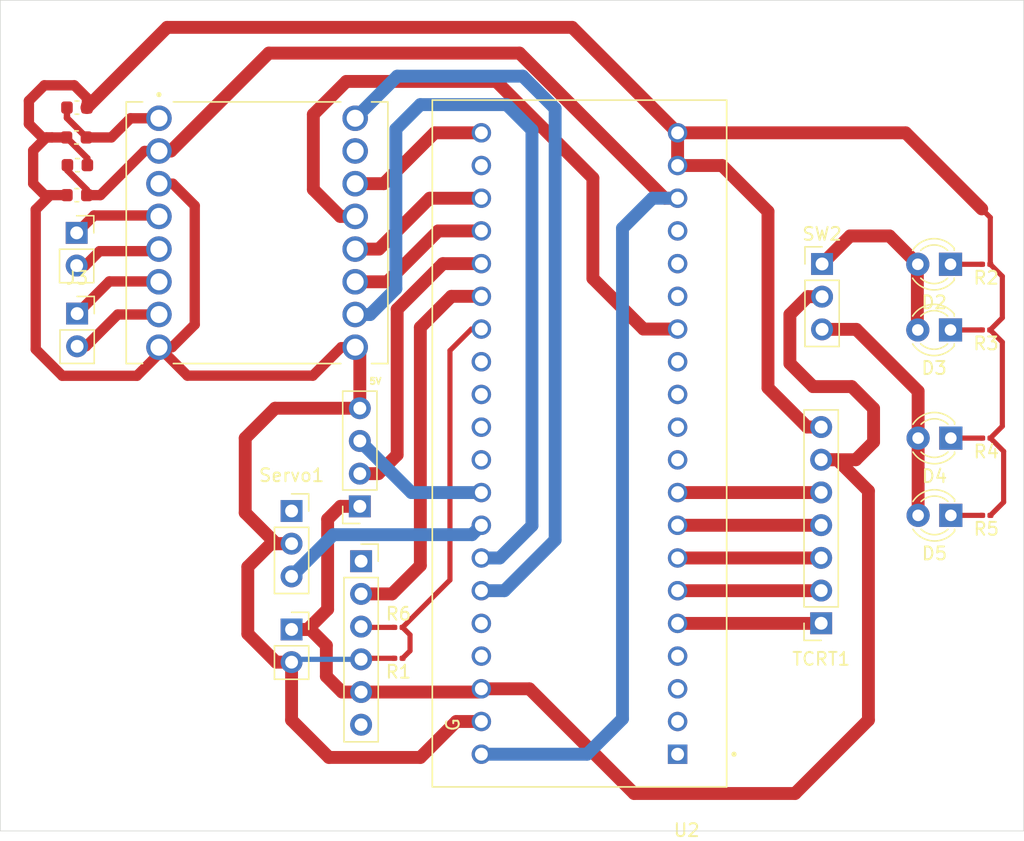
<source format=kicad_pcb>
(kicad_pcb (version 20240108) (generator "pcbnew") (generator_version "8.0")
  (layers (0 "F.Cu" signal) (31 "B.Cu" signal) (34 "B.Paste" user) (35 "F.Paste" user) (36 "B.SilkS" user "B.Silkscreen") (37 "F.SilkS" user "F.Silkscreen") (38 "B.Mask" user) (39 "F.Mask" user) (44 "Edge.Cuts" user))
  (net 0 "")
  (net 1 "PB7")
  (net 2 "A2")
  (net 3 "PB12")
  (net 4 "A1")
  (net 5 "PB6")
  (net 6 "PB13")
  (net 7 "GND")
  (net 8 "PB1")
  (net 9 "3.3V")
  (net 10 "12V")
  (net 11 "PB15")
  (net 12 "PB14")
  (net 18 "5V")
  (net 25 "A4")
  (net 26 "A3")
  (net 28 "A10")
  (net 30 "PB5")
  (net 32 "A8")
  (net 35 "PB4")
  (net 37 "A9")
  (net 40 "A0")
  (net 41 "AO2")
  (net 42 "AO1")
  (net 43 "BO2")
  (net 44 "BO1")
  (net 45 "5VCC")
  (net 46 "Net-(D2-K)")
  (net 47 "Net-(D3-K)")
  (net 48 "Net-(D4-A)")
  (net 49 "Net-(D4-K)")
  (net 50 "Net-(D5-K)")
  (net 51 "Net-(D2-A)")
  (net 52 "Net-(HC1-Pin_3)")
  (footprint "Resistor_SMD:R_0201_0603Metric" (layer "F.Cu") (at 177.4 88.7)
    (property "Reference" "R6" (at 0 -1.05 360) (layer "F.SilkS"))
    (property "Value" "10k")
    (pad "1" smd roundrect (at -0.32 0) (size 0.46 0.4) (layers "F.Cu" "F.Mask") (net 52 "Net-(HC1-Pin_3)"))
    (pad "2" smd roundrect (at 0.32 0) (size 0.46 0.4) (layers "F.Cu" "F.Mask") (net 28 "A10"))
  )
  (footprint "Capacitor_SMD:C_0603_1608Metric" (layer "F.Cu") (at 152.395 50.65 180)
    (property "Reference" "C3" (hide yes))
    (property "Value" "0.1uF")
    (fp_line (start -0.140581 0.51) (end 0.140581 0.51) (stroke (width 0.12)) (layer "F.SilkS"))
    (fp_line (start -0.140581 -0.51) (end 0.140581 -0.51) (stroke (width 0.12)) (layer "F.SilkS"))
    (pad "1" smd roundrect (at -0.775 0 180) (size 0.9 0.95) (layers "F.Cu" "F.Paste" "F.Mask") (net 10 "12V"))
    (pad "2" smd roundrect (at 0.775 0 180) (size 0.9 0.95) (layers "F.Cu" "F.Paste" "F.Mask") (net 7 "GND"))
  )
  (footprint "Resistor_SMD:R_0201_0603Metric" (layer "F.Cu") (at 223.045 60.5 180)
    (property "Reference" "R2" (at 0 -1.05 360) (layer "F.SilkS"))
    (property "Value" "220")
    (pad "1" smd roundrect (at -0.32 0 180) (size 0.46 0.4) (layers "F.Cu" "F.Mask") (net 7 "GND"))
    (pad "2" smd roundrect (at 0.32 0 180) (size 0.46 0.4) (layers "F.Cu" "F.Mask") (net 46 "Net-(D2-K)"))
  )
  (footprint "Connector_PinHeader_2.54mm:PinHeader_1x03_P2.54mm_Vertical" (layer "F.Cu") (at 210.3 60.475)
    (property "Reference" "SW2" (at 0 -2.33 0) (layer "F.SilkS"))
    (property "Value" "SW_SPDT")
    (fp_line (start -1.33 -1.33) (end 0 -1.33) (stroke (width 0.12)) (layer "F.SilkS"))
    (fp_line (start -1.33 0) (end -1.33 -1.33) (stroke (width 0.12)) (layer "F.SilkS"))
    (fp_line (start -1.33 1.27) (end -1.33 6.41) (stroke (width 0.12)) (layer "F.SilkS"))
    (fp_line (start -1.33 1.27) (end 1.33 1.27) (stroke (width 0.12)) (layer "F.SilkS"))
    (fp_line (start -1.33 6.41) (end 1.33 6.41) (stroke (width 0.12)) (layer "F.SilkS"))
    (fp_line (start 1.33 1.27) (end 1.33 6.41) (stroke (width 0.12)) (layer "F.SilkS"))
    (pad "1" thru_hole rect (at 0 0) (size 1.7 1.7) (drill 1) (layers "*.Cu" "*.Mask") (net 51 "Net-(D2-A)"))
    (pad "2" thru_hole oval (at 0 2.54) (size 1.7 1.7) (drill 1) (layers "*.Cu" "*.Mask") (net 18 "5V"))
    (pad "3" thru_hole oval (at 0 5.08) (size 1.7 1.7) (drill 1) (layers "*.Cu" "*.Mask") (net 48 "Net-(D4-A)"))
  )
  (footprint "LED_THT:LED_D3.0mm" (layer "F.Cu") (at 220.275 60.5 180)
    (property "Reference" "D2" (at 1.27 -2.96 360) (layer "F.SilkS"))
    (property "Value" "LED")
    (fp_line (start -0.29 1.08) (end -0.29 1.236) (stroke (width 0.12)) (layer "F.SilkS"))
    (fp_line (start -0.29 -1.236) (end -0.29 -1.08) (stroke (width 0.12)) (layer "F.SilkS"))
    (fp_arc (start 2.942335 1.078608) (mid 1.366487 1.987659) (end -0.29 1.235516) (stroke (width 0.12)) (layer "F.SilkS"))
    (fp_arc (start 2.31113 1.079837) (mid 1.270117 1.5) (end 0.229039 1.08) (stroke (width 0.12)) (layer "F.SilkS"))
    (fp_arc (start 0.229039 -1.08) (mid 1.270117 -1.5) (end 2.31113 -1.079837) (stroke (width 0.12)) (layer "F.SilkS"))
    (fp_arc (start -0.29 -1.235516) (mid 1.366487 -1.987659) (end 2.942335 -1.078608) (stroke (width 0.12)) (layer "F.SilkS"))
    (pad "1" thru_hole rect (at 0 0 180) (size 1.8 1.8) (drill 0.9) (layers "*.Cu" "*.Mask") (net 46 "Net-(D2-K)"))
    (pad "2" thru_hole circle (at 2.54 0 180) (size 1.8 1.8) (drill 0.9) (layers "*.Cu" "*.Mask") (net 51 "Net-(D2-A)"))
  )
  (footprint "Connector_PinSocket_2.54mm:PinSocket_1x02_P2.54mm_Vertical" (layer "F.Cu") (at 152.445 64.33)
    (property "Reference" "J3" (at 0 -2.77 0) (layer "F.SilkS"))
    (property "Value" "Right_Motor")
    (fp_line (start -1.33 1.27) (end -1.33 3.87) (stroke (width 0.12)) (layer "F.SilkS"))
    (fp_line (start -1.33 1.27) (end 1.33 1.27) (stroke (width 0.12)) (layer "F.SilkS"))
    (fp_line (start -1.33 3.87) (end 1.33 3.87) (stroke (width 0.12)) (layer "F.SilkS"))
    (fp_line (start 0 -1.33) (end 1.33 -1.33) (stroke (width 0.12)) (layer "F.SilkS"))
    (fp_line (start 1.33 -1.33) (end 1.33 0) (stroke (width 0.12)) (layer "F.SilkS"))
    (fp_line (start 1.33 1.27) (end 1.33 3.87) (stroke (width 0.12)) (layer "F.SilkS"))
    (pad "1" thru_hole rect (at 0 0) (size 1.7 1.7) (drill 1) (layers "*.Cu" "*.Mask") (net 43 "BO2"))
    (pad "2" thru_hole oval (at 0 2.54) (size 1.7 1.7) (drill 1) (layers "*.Cu" "*.Mask") (net 44 "BO1"))
  )
  (footprint "Connector_PinSocket_2.54mm:PinSocket_1x03_P2.54mm_Vertical" (layer "F.Cu") (at 169.1 79.66)
    (property "Reference" "Servo1" (at 0 -2.77 0) (layer "F.SilkS"))
    (property "Value" "Conn_01x03_Female")
    (fp_line (start -1.33 1.27) (end -1.33 6.41) (stroke (width 0.12)) (layer "F.SilkS"))
    (fp_line (start -1.33 1.27) (end 1.33 1.27) (stroke (width 0.12)) (layer "F.SilkS"))
    (fp_line (start -1.33 6.41) (end 1.33 6.41) (stroke (width 0.12)) (layer "F.SilkS"))
    (fp_line (start 0 -1.33) (end 1.33 -1.33) (stroke (width 0.12)) (layer "F.SilkS"))
    (fp_line (start 1.33 -1.33) (end 1.33 0) (stroke (width 0.12)) (layer "F.SilkS"))
    (fp_line (start 1.33 1.27) (end 1.33 6.41) (stroke (width 0.12)) (layer "F.SilkS"))
    (pad "1" thru_hole rect (at 0 0) (size 1.7 1.7) (drill 1) (layers "*.Cu" "*.Mask") (net 45 "5VCC"))
    (pad "2" thru_hole oval (at 0 2.54) (size 1.7 1.7) (drill 1) (layers "*.Cu" "*.Mask") (net 7 "GND"))
    (pad "3" thru_hole oval (at 0 5.08) (size 1.7 1.7) (drill 1) (layers "*.Cu" "*.Mask") (net 30 "PB5"))
  )
  (footprint "Capacitor_SMD:C_0603_1608Metric" (layer "F.Cu") (at 152.425 55.13 180)
    (property "Reference" "C2" (hide yes))
    (property "Value" "10uF")
    (fp_line (start -0.14058 0.51) (end 0.14058 0.51) (stroke (width 0.12)) (layer "F.SilkS"))
    (fp_line (start -0.14058 -0.51) (end 0.14058 -0.51) (stroke (width 0.12)) (layer "F.SilkS"))
    (pad "1" smd roundrect (at -0.775 0 180) (size 0.9 0.95) (layers "F.Cu" "F.Paste" "F.Mask") (net 9 "3.3V"))
    (pad "2" smd roundrect (at 0.775 0 180) (size 0.9 0.95) (layers "F.Cu" "F.Paste" "F.Mask") (net 7 "GND"))
  )
  (footprint "Connector_PinSocket_2.54mm:PinSocket_1x07_P2.54mm_Vertical" (layer "F.Cu") (at 210.23 88.38 180)
    (property "Reference" "TCRT1" (at 0 -2.77 0) (layer "F.SilkS"))
    (property "Value" "Conn_01x07_Female")
    (fp_line (start 1.33 1.27) (end 1.33 16.57) (stroke (width 0.12)) (layer "F.SilkS"))
    (fp_line (start 1.33 -1.33) (end 1.33 0) (stroke (width 0.12)) (layer "F.SilkS"))
    (fp_line (start 0 -1.33) (end 1.33 -1.33) (stroke (width 0.12)) (layer "F.SilkS"))
    (fp_line (start -1.33 16.57) (end 1.33 16.57) (stroke (width 0.12)) (layer "F.SilkS"))
    (fp_line (start -1.33 1.27) (end 1.33 1.27) (stroke (width 0.12)) (layer "F.SilkS"))
    (fp_line (start -1.33 1.27) (end -1.33 16.57) (stroke (width 0.12)) (layer "F.SilkS"))
    (pad "1" thru_hole rect (at 0 0 180) (size 1.7 1.7) (drill 1) (layers "*.Cu" "*.Mask") (net 40 "A0"))
    (pad "2" thru_hole oval (at 0 2.54 180) (size 1.7 1.7) (drill 1) (layers "*.Cu" "*.Mask") (net 4 "A1"))
    (pad "3" thru_hole oval (at 0 5.08 180) (size 1.7 1.7) (drill 1) (layers "*.Cu" "*.Mask") (net 2 "A2"))
    (pad "4" thru_hole oval (at 0 7.62 180) (size 1.7 1.7) (drill 1) (layers "*.Cu" "*.Mask") (net 26 "A3"))
    (pad "5" thru_hole oval (at 0 10.16 180) (size 1.7 1.7) (drill 1) (layers "*.Cu" "*.Mask") (net 25 "A4"))
    (pad "6" thru_hole oval (at 0 12.7 180) (size 1.7 1.7) (drill 1) (layers "*.Cu" "*.Mask") (net 18 "5V"))
    (pad "7" thru_hole oval (at 0 15.24 180) (size 1.7 1.7) (drill 1) (layers "*.Cu" "*.Mask") (net 7 "GND"))
  )
  (footprint "LED_THT:LED_D3.0mm" (layer "F.Cu") (at 220.275 65.6 180)
    (property "Reference" "D3" (at 1.27 -2.96 360) (layer "F.SilkS"))
    (property "Value" "LED")
    (fp_line (start -0.29 1.08) (end -0.29 1.236) (stroke (width 0.12)) (layer "F.SilkS"))
    (fp_line (start -0.29 -1.236) (end -0.29 -1.08) (stroke (width 0.12)) (layer "F.SilkS"))
    (fp_arc (start 2.942335 1.078608) (mid 1.366487 1.987659) (end -0.29 1.235516) (stroke (width 0.12)) (layer "F.SilkS"))
    (fp_arc (start 2.31113 1.079837) (mid 1.270117 1.5) (end 0.229039 1.08) (stroke (width 0.12)) (layer "F.SilkS"))
    (fp_arc (start 0.229039 -1.08) (mid 1.270117 -1.5) (end 2.31113 -1.079837) (stroke (width 0.12)) (layer "F.SilkS"))
    (fp_arc (start -0.29 -1.235516) (mid 1.366487 -1.987659) (end 2.942335 -1.078608) (stroke (width 0.12)) (layer "F.SilkS"))
    (pad "1" thru_hole rect (at 0 0 180) (size 1.8 1.8) (drill 0.9) (layers "*.Cu" "*.Mask") (net 47 "Net-(D3-K)"))
    (pad "2" thru_hole circle (at 2.54 0 180) (size 1.8 1.8) (drill 0.9) (layers "*.Cu" "*.Mask") (net 51 "Net-(D2-A)"))
  )
  (footprint "Connector_PinSocket_2.54mm:PinSocket_1x04_P2.54mm_Vertical" (layer "F.Cu") (at 174.4 79.3 180)
    (property "Reference" "J4" (hide yes))
    (property "Value" "ULTRASONIC")
    (fp_line (start 1.33 1.27) (end 1.33 8.95) (stroke (width 0.12)) (layer "F.SilkS"))
    (fp_line (start 1.33 -1.33) (end 1.33 0) (stroke (width 0.12)) (layer "F.SilkS"))
    (fp_line (start 0 -1.33) (end 1.33 -1.33) (stroke (width 0.12)) (layer "F.SilkS"))
    (fp_line (start -1.33 8.95) (end 1.33 8.95) (stroke (width 0.12)) (layer "F.SilkS"))
    (fp_line (start -1.33 1.27) (end 1.33 1.27) (stroke (width 0.12)) (layer "F.SilkS"))
    (fp_line (start -1.33 1.27) (end -1.33 8.95) (stroke (width 0.12)) (layer "F.SilkS"))
    (pad "1" thru_hole rect (at 0 0 180) (size 1.7 1.7) (drill 1) (layers "*.Cu" "*.Mask") (net 18 "5V"))
    (pad "2" thru_hole oval (at 0 2.54 180) (size 1.7 1.7) (drill 1) (layers "*.Cu" "*.Mask") (net 32 "A8"))
    (pad "3" thru_hole oval (at 0 5.08 180) (size 1.7 1.7) (drill 1) (layers "*.Cu" "*.Mask") (net 35 "PB4"))
    (pad "4" thru_hole oval (at 0 7.62 180) (size 1.7 1.7) (drill 1) (layers "*.Cu" "*.Mask") (net 7 "GND"))
  )
  (footprint "Connector_PinSocket_2.54mm:PinSocket_1x02_P2.54mm_Vertical" (layer "F.Cu") (at 169.1 88.86)
    (property "Reference" "J1" (hide yes))
    (property "Value" "Conn_01x02")
    (fp_line (start -1.33 1.27) (end -1.33 3.87) (stroke (width 0.12)) (layer "F.SilkS"))
    (fp_line (start -1.33 1.27) (end 1.33 1.27) (stroke (width 0.12)) (layer "F.SilkS"))
    (fp_line (start -1.33 3.87) (end 1.33 3.87) (stroke (width 0.12)) (layer "F.SilkS"))
    (fp_line (start 0 -1.33) (end 1.33 -1.33) (stroke (width 0.12)) (layer "F.SilkS"))
    (fp_line (start 1.33 -1.33) (end 1.33 0) (stroke (width 0.12)) (layer "F.SilkS"))
    (fp_line (start 1.33 1.27) (end 1.33 3.87) (stroke (width 0.12)) (layer "F.SilkS"))
    (pad "1" thru_hole rect (at 0 0) (size 1.7 1.7) (drill 1) (layers "*.Cu" "*.Mask") (net 18 "5V"))
    (pad "2" thru_hole oval (at 0 2.54) (size 1.7 1.7) (drill 1) (layers "*.Cu" "*.Mask") (net 7 "GND"))
  )
  (footprint "Resistor_SMD:R_0201_0603Metric" (layer "F.Cu") (at 177.4 91.1 180)
    (property "Reference" "R1" (at 0 -1.05 360) (layer "F.SilkS"))
    (property "Value" "20k")
    (pad "1" smd roundrect (at -0.32 0 180) (size 0.46 0.4) (layers "F.Cu" "F.Mask") (net 28 "A10"))
    (pad "2" smd roundrect (at 0.32 0 180) (size 0.46 0.4) (layers "F.Cu" "F.Mask") (net 7 "GND"))
  )
  (footprint "Resistor_SMD:R_0201_0603Metric" (layer "F.Cu") (at 223.055 74 180)
    (property "Reference" "R4" (at 0 -1.05 360) (layer "F.SilkS"))
    (property "Value" "220")
    (pad "1" smd roundrect (at -0.32 0 180) (size 0.46 0.4) (layers "F.Cu" "F.Mask") (net 7 "GND"))
    (pad "2" smd roundrect (at 0.32 0 180) (size 0.46 0.4) (layers "F.Cu" "F.Mask") (net 49 "Net-(D4-K)"))
  )
  (footprint "Connector_PinSocket_2.54mm:PinSocket_1x06_P2.54mm_Vertical" (layer "F.Cu") (at 174.5 83.56)
    (property "Reference" "HC1" (hide yes))
    (property "Value" "Conn_01x06_Female")
    (fp_line (start -1.33 1.27) (end -1.33 14.03) (stroke (width 0.12)) (layer "F.SilkS"))
    (fp_line (start -1.33 1.27) (end 1.33 1.27) (stroke (width 0.12)) (layer "F.SilkS"))
    (fp_line (start -1.33 14.03) (end 1.33 14.03) (stroke (width 0.12)) (layer "F.SilkS"))
    (fp_line (start 0 -1.33) (end 1.33 -1.33) (stroke (width 0.12)) (layer "F.SilkS"))
    (fp_line (start 1.33 -1.33) (end 1.33 0) (stroke (width 0.12)) (layer "F.SilkS"))
    (fp_line (start 1.33 1.27) (end 1.33 14.03) (stroke (width 0.12)) (layer "F.SilkS"))
    (pad "1" thru_hole rect (at 0 0) (size 1.7 1.7) (drill 1) (layers "*.Cu" "*.Mask"))
    (pad "2" thru_hole oval (at 0 2.54) (size 1.7 1.7) (drill 1) (layers "*.Cu" "*.Mask") (net 37 "A9"))
    (pad "3" thru_hole oval (at 0 5.08) (size 1.7 1.7) (drill 1) (layers "*.Cu" "*.Mask") (net 52 "Net-(HC1-Pin_3)"))
    (pad "4" thru_hole oval (at 0 7.62) (size 1.7 1.7) (drill 1) (layers "*.Cu" "*.Mask") (net 7 "GND"))
    (pad "5" thru_hole oval (at 0 10.16) (size 1.7 1.7) (drill 1) (layers "*.Cu" "*.Mask") (net 18 "5V"))
    (pad "6" thru_hole oval (at 0 12.7) (size 1.7 1.7) (drill 1) (layers "*.Cu" "*.Mask"))
  )
  (footprint "Resistor_SMD:R_0201_0603Metric" (layer "F.Cu") (at 223.035 65.6 180)
    (property "Reference" "R3" (at 0 -1.05 360) (layer "F.SilkS"))
    (property "Value" "220")
    (pad "1" smd roundrect (at -0.32 0 180) (size 0.46 0.4) (layers "F.Cu" "F.Mask") (net 7 "GND"))
    (pad "2" smd roundrect (at 0.32 0 180) (size 0.46 0.4) (layers "F.Cu" "F.Mask") (net 47 "Net-(D3-K)"))
  )
  (footprint "LED_THT:LED_D3.0mm" (layer "F.Cu") (at 220.3 80 180)
    (property "Reference" "D5" (at 1.27 -2.96 360) (layer "F.SilkS"))
    (property "Value" "LED")
    (fp_line (start -0.29 1.08) (end -0.29 1.236) (stroke (width 0.12)) (layer "F.SilkS"))
    (fp_line (start -0.29 -1.236) (end -0.29 -1.08) (stroke (width 0.12)) (layer "F.SilkS"))
    (fp_arc (start 2.942335 1.078608) (mid 1.366487 1.987659) (end -0.29 1.235516) (stroke (width 0.12)) (layer "F.SilkS"))
    (fp_arc (start 2.31113 1.079837) (mid 1.270117 1.5) (end 0.229039 1.08) (stroke (width 0.12)) (layer "F.SilkS"))
    (fp_arc (start 0.229039 -1.08) (mid 1.270117 -1.5) (end 2.31113 -1.079837) (stroke (width 0.12)) (layer "F.SilkS"))
    (fp_arc (start -0.29 -1.235516) (mid 1.366487 -1.987659) (end 2.942335 -1.078608) (stroke (width 0.12)) (layer "F.SilkS"))
    (pad "1" thru_hole rect (at 0 0 180) (size 1.8 1.8) (drill 0.9) (layers "*.Cu" "*.Mask") (net 50 "Net-(D5-K)"))
    (pad "2" thru_hole circle (at 2.54 0 180) (size 1.8 1.8) (drill 0.9) (layers "*.Cu" "*.Mask") (net 48 "Net-(D4-A)"))
  )
  (footprint "LED_THT:LED_D3.0mm" (layer "F.Cu") (at 220.3 74 180)
    (property "Reference" "D4" (at 1.27 -2.96 360) (layer "F.SilkS"))
    (property "Value" "LED")
    (fp_line (start -0.29 1.08) (end -0.29 1.236) (stroke (width 0.12)) (layer "F.SilkS"))
    (fp_line (start -0.29 -1.236) (end -0.29 -1.08) (stroke (width 0.12)) (layer "F.SilkS"))
    (fp_arc (start 2.942335 1.078608) (mid 1.366487 1.987659) (end -0.29 1.235516) (stroke (width 0.12)) (layer "F.SilkS"))
    (fp_arc (start 2.31113 1.079837) (mid 1.270117 1.5) (end 0.229039 1.08) (stroke (width 0.12)) (layer "F.SilkS"))
    (fp_arc (start 0.229039 -1.08) (mid 1.270117 -1.5) (end 2.31113 -1.079837) (stroke (width 0.12)) (layer "F.SilkS"))
    (fp_arc (start -0.29 -1.235516) (mid 1.366487 -1.987659) (end 2.942335 -1.078608) (stroke (width 0.12)) (layer "F.SilkS"))
    (pad "1" thru_hole rect (at 0 0 180) (size 1.8 1.8) (drill 0.9) (layers "*.Cu" "*.Mask") (net 49 "Net-(D4-K)"))
    (pad "2" thru_hole circle (at 2.54 0 180) (size 1.8 1.8) (drill 0.9) (layers "*.Cu" "*.Mask") (net 48 "Net-(D4-A)"))
  )
  (footprint "DriverMotor:MODULE_ROB-14450" (layer "F.Cu") (at 166.42 58.05)
    (property "Reference" "U1" (hide yes))
    (property "Value" "ROB-14450")
    (fp_line (start -10.16 -10.16) (end -10.16 10.16) (stroke (width 0.127)) (layer "F.SilkS"))
    (fp_line (start -8.89 -10.16) (end -10.16 -10.16) (stroke (width 0.127)) (layer "F.SilkS"))
    (fp_line (start -8.89 10.16) (end -10.16 10.16) (stroke (width 0.127)) (layer "F.SilkS"))
    (fp_line (start -6.5 -10.16) (end 6.5 -10.16) (stroke (width 0.127)) (layer "F.SilkS"))
    (fp_line (start -6.5 10.16) (end 6.5 10.16) (stroke (width 0.127)) (layer "F.SilkS"))
    (fp_line (start 8.89 -10.16) (end 10.16 -10.16) (stroke (width 0.127)) (layer "F.SilkS"))
    (fp_line (start 8.89 10.16) (end 10.16 10.16) (stroke (width 0.127)) (layer "F.SilkS"))
    (fp_line (start 10.16 10.16) (end 10.16 -10.16) (stroke (width 0.127)) (layer "F.SilkS"))
    (fp_circle (center -7.62 -10.7282) (end -7.52 -10.7282) (stroke (width 0.2)) (fill none) (layer "F.SilkS"))
    (pad "1" thru_hole circle (at -7.62 -8.89) (size 1.98 1.98) (drill 1.32) (layers "*.Cu" "*.Mask") (net 10 "12V"))
    (pad "2" thru_hole circle (at -7.62 -6.35) (size 1.98 1.98) (drill 1.32) (layers "*.Cu" "*.Mask") (net 9 "3.3V"))
    (pad "3" thru_hole circle (at -7.62 -3.81) (size 1.98 1.98) (drill 1.32) (layers "*.Cu" "*.Mask") (net 7 "GND"))
    (pad "4" thru_hole circle (at -7.62 -1.27) (size 1.98 1.98) (drill 1.32) (layers "*.Cu" "*.Mask") (net 42 "AO1"))
    (pad "5" thru_hole circle (at -7.62 1.27) (size 1.98 1.98) (drill 1.32) (layers "*.Cu" "*.Mask") (net 41 "AO2"))
    (pad "6" thru_hole circle (at -7.62 3.81) (size 1.98 1.98) (drill 1.32) (layers "*.Cu" "*.Mask") (net 43 "BO2"))
    (pad "7" thru_hole circle (at -7.62 6.35) (size 1.98 1.98) (drill 1.32) (layers "*.Cu" "*.Mask") (net 44 "BO1"))
    (pad "8" thru_hole circle (at -7.62 8.89) (size 1.98 1.98) (drill 1.32) (layers "*.Cu" "*.Mask") (net 7 "GND"))
    (pad "9" thru_hole circle (at 7.62 8.89) (size 1.98 1.98) (drill 1.32) (layers "*.Cu" "*.Mask") (net 7 "GND"))
    (pad "10" thru_hole circle (at 7.62 6.35) (size 1.98 1.98) (drill 1.32) (layers "*.Cu" "*.Mask") (net 5 "PB6"))
    (pad "11" thru_hole circle (at 7.62 3.81) (size 1.98 1.98) (drill 1.32) (layers "*.Cu" "*.Mask") (net 11 "PB15"))
    (pad "12" thru_hole circle (at 7.62 1.27) (size 1.98 1.98) (drill 1.32) (layers "*.Cu" "*.Mask") (net 12 "PB14"))
    (pad "13" thru_hole circle (at 7.62 -1.27) (size 1.98 1.98) (drill 1.32) (layers "*.Cu" "*.Mask") (net 8 "PB1"))
    (pad "14" thru_hole circle (at 7.62 -3.81) (size 1.98 1.98) (drill 1.32) (layers "*.Cu" "*.Mask") (net 3 "PB12"))
    (pad "15" thru_hole circle (at 7.62 -6.35) (size 1.98 1.98) (drill 1.32) (layers "*.Cu" "*.Mask") (net 6 "PB13"))
    (pad "16" thru_hole circle (at 7.62 -8.89) (size 1.98 1.98) (drill 1.32) (layers "*.Cu" "*.Mask") (net 1 "PB7"))
  )
  (footprint "Connector_PinSocket_2.54mm:PinSocket_1x02_P2.54mm_Vertical" (layer "F.Cu") (at 152.41 58.06)
    (property "Reference" "J2" (hide yes))
    (property "Value" "Left_Motor")
    (fp_line (start -1.33 1.27) (end -1.33 3.87) (stroke (width 0.12)) (layer "F.SilkS"))
    (fp_line (start -1.33 1.27) (end 1.33 1.27) (stroke (width 0.12)) (layer "F.SilkS"))
    (fp_line (start -1.33 3.87) (end 1.33 3.87) (stroke (width 0.12)) (layer "F.SilkS"))
    (fp_line (start 0 -1.33) (end 1.33 -1.33) (stroke (width 0.12)) (layer "F.SilkS"))
    (fp_line (start 1.33 -1.33) (end 1.33 0) (stroke (width 0.12)) (layer "F.SilkS"))
    (fp_line (start 1.33 1.27) (end 1.33 3.87) (stroke (width 0.12)) (layer "F.SilkS"))
    (pad "1" thru_hole rect (at 0 0) (size 1.7 1.7) (drill 1) (layers "*.Cu" "*.Mask") (net 42 "AO1"))
    (pad "2" thru_hole oval (at 0 2.54) (size 1.7 1.7) (drill 1) (layers "*.Cu" "*.Mask") (net 41 "AO2"))
  )
  (footprint "Capacitor_SMD:C_0603_1608Metric" (layer "F.Cu") (at 152.465 52.8)
    (property "Reference" "C1" (hide yes))
    (property "Value" "0.1uF")
    (fp_line (start -0.14058 -0.51) (end 0.14058 -0.51) (stroke (width 0.12)) (layer "F.SilkS"))
    (fp_line (start -0.14058 0.51) (end 0.14058 0.51) (stroke (width 0.12)) (layer "F.SilkS"))
    (pad "1" smd roundrect (at -0.775 0) (size 0.9 0.95) (layers "F.Cu" "F.Paste" "F.Mask") (net 9 "3.3V"))
    (pad "2" smd roundrect (at 0.775 0) (size 0.9 0.95) (layers "F.Cu" "F.Paste" "F.Mask") (net 7 "GND"))
  )
  (footprint "Capacitor_SMD:C_0603_1608Metric" (layer "F.Cu") (at 152.43 48.33)
    (property "Reference" "C4" (hide yes))
    (property "Value" "10uF")
    (fp_line (start -0.140581 -0.51) (end 0.140581 -0.51) (stroke (width 0.12)) (layer "F.SilkS"))
    (fp_line (start -0.140581 0.51) (end 0.140581 0.51) (stroke (width 0.12)) (layer "F.SilkS"))
    (pad "1" smd roundrect (at -0.775 0) (size 0.9 0.95) (layers "F.Cu" "F.Paste" "F.Mask") (net 10 "12V"))
    (pad "2" smd roundrect (at 0.775 0) (size 0.9 0.95) (layers "F.Cu" "F.Paste" "F.Mask") (net 7 "GND"))
  )
  (footprint "STM32F103C8T6:STM32F103C8T6" (layer "F.Cu") (at 191.46 74.42 180)
    (property "Reference" "U2" (at -8.325 -30.035 0) (layer "F.SilkS"))
    (property "Value" "ZC323000" (hide yes))
    (fp_line (start 11.43 26.67) (end -11.43 26.67) (stroke (width 0.127)) (layer "F.SilkS"))
    (fp_line (start 11.43 -26.67) (end 11.43 26.67) (stroke (width 0.127)) (layer "F.SilkS"))
    (fp_line (start -11.43 26.67) (end -11.43 -26.67) (stroke (width 0.127)) (layer "F.SilkS"))
    (fp_line (start -11.43 -26.67) (end 11.43 -26.67) (stroke (width 0.127)) (layer "F.SilkS"))
    (fp_circle (center -12 -24.13) (end -11.9 -24.13) (stroke (width 0.2)) (fill none) (layer "F.SilkS"))
    (pad "1" thru_hole rect (at -7.62 -24.13 180) (size 1.508 1.508) (drill 1) (layers "*.Cu" "*.Mask"))
    (pad "2" thru_hole circle (at -7.62 -21.59 180) (size 1.508 1.508) (drill 1) (layers "*.Cu" "*.Mask"))
    (pad "3" thru_hole circle (at -7.62 -19.05 180) (size 1.508 1.508) (drill 1) (layers "*.Cu" "*.Mask"))
    (pad "4" thru_hole circle (at -7.62 -16.51 180) (size 1.508 1.508) (drill 1) (layers "*.Cu" "*.Mask"))
    (pad "5" thru_hole circle (at -7.62 -13.97 180) (size 1.508 1.508) (drill 1) (layers "*.Cu" "*.Mask") (net 40 "A0"))
    (pad "6" thru_hole circle (at -7.62 -11.43 180) (size 1.508 1.508) (drill 1) (layers "*.Cu" "*.Mask") (net 4 "A1"))
    (pad "7" thru_hole circle (at -7.62 -8.89 180) (size 1.508 1.508) (drill 1) (layers "*.Cu" "*.Mask") (net 2 "A2"))
    (pad "8" thru_hole circle (at -7.62 -6.35 180) (size 1.508 1.508) (drill 1) (layers "*.Cu" "*.Mask") (net 26 "A3"))
    (pad "9" thru_hole circle (at -7.62 -3.81 180) (size 1.508 1.508) (drill 1) (layers "*.Cu" "*.Mask") (net 25 "A4"))
    (pad "10" thru_hole circle (at -7.62 -1.27 180) (size 1.508 1.508) (drill 1) (layers "*.Cu" "*.Mask"))
    (pad "11" thru_hole circle (at -7.62 1.27 180) (size 1.508 1.508) (drill 1) (layers "*.Cu" "*.Mask"))
    (pad "12" thru_hole circle (at -7.62 3.81 180) (size 1.508 1.508) (drill 1) (layers "*.Cu" "*.Mask"))
    (pad "13" thru_hole circle (at -7.62 6.35 180) (size 1.508 1.508) (drill 1) (layers "*.Cu" "*.Mask"))
    (pad "14" thru_hole circle (at -7.62 8.89 180) (size 1.508 1.508) (drill 1) (layers "*.Cu" "*.Mask") (net 8 "PB1"))
    (pad "15" thru_hole circle (at -7.62 11.43 180) (size 1.508 1.508) (drill 1) (layers "*.Cu" "*.Mask"))
    (pad "16" thru_hole circle (at -7.62 13.97 180) (size 1.508 1.508) (drill 1) (layers "*.Cu" "*.Mask"))
    (pad "17" thru_hole circle (at -7.62 16.51 180) (size 1.508 1.508) (drill 1) (layers "*.Cu" "*.Mask"))
    (pad "18" thru_hole circle (at -7.62 19.05 180) (size 1.508 1.508) (drill 1) (layers "*.Cu" "*.Mask") (net 9 "3.3V"))
    (pad "19" thru_hole circle (at -7.62 21.59 180) (size 1.508 1.508) (drill 1) (layers "*.Cu" "*.Mask") (net 7 "GND"))
    (pad "20" thru_hole circle (at -7.62 24.13 180) (size 1.508 1.508) (drill 1) (layers "*.Cu" "*.Mask") (net 7 "GND"))
    (pad "21" thru_hole circle (at 7.62 24.13 180) (size 1.508 1.508) (drill 1) (layers "*.Cu" "*.Mask") (net 3 "PB12"))
    (pad "22" thru_hole circle (at 7.62 21.59 180) (size 1.508 1.508) (drill 1) (layers "*.Cu" "*.Mask") (net 6 "PB13"))
    (pad "23" thru_hole circle (at 7.62 19.05 180) (size 1.508 1.508) (drill 1) (layers "*.Cu" "*.Mask") (net 12 "PB14"))
    (pad "24" thru_hole circle (at 7.62 16.51 180) (size 1.508 1.508) (drill 1) (layers "*.Cu" "*.Mask") (net 11 "PB15"))
    (pad "25" thru_hole circle (at 7.62 13.97 180) (size 1.508 1.508) (drill 1) (layers "*.Cu" "*.Mask") (net 32 "A8"))
    (pad "26" thru_hole circle (at 7.62 11.43 180) (size 1.508 1.508) (drill 1) (layers "*.Cu" "*.Mask") (net 37 "A9"))
    (pad "27" thru_hole circle (at 7.62 8.89 180) (size 1.508 1.508) (drill 1) (layers "*.Cu" "*.Mask") (net 28 "A10"))
    (pad "28" thru_hole circle (at 7.62 6.35 180) (size 1.508 1.508) (drill 1) (layers "*.Cu" "*.Mask"))
    (pad "29" thru_hole circle (at 7.62 3.81 180) (size 1.508 1.508) (drill 1) (layers "*.Cu" "*.Mask"))
    (pad "30" thru_hole circle (at 7.62 1.27 180) (size 1.508 1.508) (drill 1) (layers "*.Cu" "*.Mask"))
    (pad "31" thru_hole circle (at 7.62 -1.27 180) (size 1.508 1.508) (drill 1) (layers "*.Cu" "*.Mask"))
    (pad "32" thru_hole circle (at 7.62 -3.81 180) (size 1.508 1.508) (drill 1) (layers "*.Cu" "*.Mask") (net 35 "PB4"))
    (pad "33" thru_hole circle (at 7.62 -6.35 180) (size 1.508 1.508) (drill 1) (layers "*.Cu" "*.Mask") (net 30 "PB5"))
    (pad "34" thru_hole circle (at 7.62 -8.89 180) (size 1.508 1.508) (drill 1) (layers "*.Cu" "*.Mask") (net 5 "PB6"))
    (pad "35" thru_hole circle (at 7.62 -11.43 180) (size 1.508 1.508) (drill 1) (layers "*.Cu" "*.Mask") (net 1 "PB7"))
    (pad "36" thru_hole circle (at 7.62 -13.97 180) (size 1.508 1.508) (drill 1) (layers "*.Cu" "*.Mask"))
    (pad "37" thru_hole circle (at 7.62 -16.51 180) (size 1.508 1.508) (drill 1) (layers "*.Cu" "*.Mask"))
    (pad "38" thru_hole circle (at 7.62 -19.05 180) (size 1.508 1.508) (drill 1) (layers "*.Cu" "*.Mask") (net 18 "5V"))
    (pad "39" thru_hole circle (at 7.62 -21.59 180) (size 1.508 1.508) (drill 1) (layers "*.Cu" "*.Mask") (net 7 "GND"))
    (pad "40" thru_hole circle (at 7.62 -24.13 180) (size 1.508 1.508) (drill 1) (layers "*.Cu" "*.Mask") (net 9 "3.3V"))
  )
  (footprint "Resistor_SMD:R_0201_0603Metric" (layer "F.Cu") (at 223.055 80 180)
    (property "Reference" "R5" (at 0 -1.05 360) (layer "F.SilkS"))
    (property "Value" "220")
    (pad "1" smd roundrect (at -0.32 0 180) (size 0.46 0.4) (layers "F.Cu" "F.Mask") (net 7 "GND"))
    (pad "2" smd roundrect (at 0.32 0 180) (size 0.46 0.4) (layers "F.Cu" "F.Mask") (net 50 "Net-(D5-K)"))
  )
  (gr_rect (start 146.48 40) (end 225.96 104.51) (stroke (width 0.05)) (fill none) (layer "Edge.Cuts"))
  (gr_text "G\n" (at 181.63 96.26 90) (layer "F.SilkS") (effects (font (size 1 1))))
  (gr_text "5V" (at 175.61 69.58 0) (layer "F.SilkS") (effects (font (size 0.5 0.5) (thickness 0.125))))
  (segment (start 189.57 81.91) (end 185.63 85.85) (width 1) (layer "B.Cu") (net 1))
  (segment (start 187.05 45.89) (end 189.57 48.41) (width 1) (layer "B.Cu") (net 1))
  (segment (start 185.63 85.85) (end 183.84 85.85) (width 1) (layer "B.Cu") (net 1))
  (segment (start 177.31 45.89) (end 187.05 45.89) (width 1) (layer "B.Cu") (net 1))
  (segment (start 174.04 49.16) (end 177.31 45.89) (width 1) (layer "B.Cu") (net 1))
  (segment (start 189.57 48.41) (end 189.57 81.91) (width 1) (layer "B.Cu") (net 1))
  (segment (start 199.08 83.31) (end 210.22 83.31) (width 1) (layer "F.Cu") (net 2))
  (segment (start 210.22 83.31) (end 210.23 83.3) (width 1) (layer "F.Cu") (net 2))
  (segment (start 176.26 54.24) (end 180.21 50.29) (width 1) (layer "F.Cu") (net 3))
  (segment (start 174.04 54.24) (end 176.26 54.24) (width 1) (layer "F.Cu") (net 3))
  (segment (start 180.21 50.29) (end 183.84 50.29) (width 1) (layer "F.Cu") (net 3))
  (segment (start 199.08 85.85) (end 210.22 85.85) (width 1) (layer "F.Cu") (net 4))
  (segment (start 210.22 85.85) (end 210.23 85.84) (width 1) (layer "F.Cu") (net 4))
  (segment (start 177.2 50) (end 179.1 48.1) (width 1) (layer "B.Cu") (net 5))
  (segment (start 185.8 48.1) (end 187.77 50.07) (width 1) (layer "B.Cu") (net 5))
  (segment (start 179.1 48.1) (end 185.8 48.1) (width 1) (layer "B.Cu") (net 5))
  (segment (start 185.26 83.31) (end 183.84 83.31) (width 1) (layer "B.Cu") (net 5))
  (segment (start 175.2 64.4) (end 177.2 62.4) (width 1) (layer "B.Cu") (net 5))
  (segment (start 177.2 62.4) (end 177.2 50) (width 1) (layer "B.Cu") (net 5))
  (segment (start 187.77 50.07) (end 187.77 80.8) (width 1) (layer "B.Cu") (net 5))
  (segment (start 187.77 80.8) (end 185.26 83.31) (width 1) (layer "B.Cu") (net 5))
  (segment (start 174.04 64.4) (end 175.2 64.4) (width 1) (layer "B.Cu") (net 5))
  (segment (start 224.4 78.975) (end 223.375 80) (width 0.4) (layer "F.Cu") (net 7))
  (segment (start 153.205 47.58) (end 153.205 48.33) (width 0.8) (layer "F.Cu") (net 7))
  (segment (start 158.8 66.94) (end 159.82 66.94) (width 0.8) (layer "F.Cu") (net 7))
  (segment (start 167.82 71.68) (end 174.4 71.68) (width 1) (layer "F.Cu") (net 7))
  (segment (start 223.375 74) (end 224.4 75.025) (width 0.4) (layer "F.Cu") (net 7))
  (segment (start 167.897919 82.2) (end 165.5 79.802081) (width 1) (layer "F.Cu") (net 7))
  (segment (start 181.89 96.01) (end 179.1 98.8) (width 1) (layer "F.Cu") (net 7))
  (segment (start 174.58 91.1) (end 174.5 91.18) (width 0.3) (layer "F.Cu") (net 7))
  (segment (start 150.5 50.65) (end 149.75 50.65) (width 0.8) (layer "F.Cu") (net 7))
  (segment (start 157.09 69.16) (end 151.29 69.16) (width 0.8) (layer "F.Cu") (net 7))
  (segment (start 152.225 46.6) (end 153.205 47.58) (width 0.8) (layer "F.Cu") (net 7))
  (segment (start 148.7 47.8) (end 149.9 46.6) (width 0.8) (layer "F.Cu") (net 7))
  (segment (start 149.03 51.67) (end 150.05 50.65) (width 0.8) (layer "F.Cu") (net 7))
  (segment (start 199.08 52.83) (end 202.53 52.83) (width 1) (layer "F.Cu") (net 7))
  (segment (start 223.365 60.5) (end 223.365 56.865) (width 0.4) (layer "F.Cu") (net 7))
  (segment (start 149.03 54.23) (end 149.03 51.67) (width 0.8) (layer "F.Cu") (net 7))
  (segment (start 161.58 55.95) (end 159.87 54.24) (width 0.8) (layer "F.Cu") (net 7))
  (segment (start 159.82 66.94) (end 161.58 65.18) (width 0.8) (layer "F.Cu") (net 7))
  (segment (start 183.84 96.01) (end 181.89 96.01) (width 1) (layer "F.Cu") (net 7))
  (segment (start 167.897919 91.4) (end 165.7 89.202081) (width 1) (layer "F.Cu") (net 7))
  (segment (start 206.1 56.4) (end 206.1 70.1) (width 1) (layer "F.Cu") (net 7))
  (segment (start 199.08 52.83) (end 199.08 50.29) (width 1) (layer "F.Cu") (net 7))
  (segment (start 199.08 50.29) (end 216.79 50.29) (width 1) (layer "F.Cu") (net 7))
  (segment (start 199.08 50.29) (end 190.89 42.1) (width 1) (layer "F.Cu") (net 7))
  (segment (start 165.7 84) (end 167.5 82.2) (width 1) (layer "F.Cu") (net 7))
  (segment (start 223.355 65.6) (end 224.3 66.545) (width 0.4) (layer "F.Cu") (net 7))
  (segment (start 158.8 66.94) (end 158.8 67.45) (width 0.8) (layer "F.Cu") (net 7))
  (segment (start 165.7 89.202081) (end 165.7 84) (width 1) (layer "F.Cu") (net 7))
  (segment (start 223.365 60.5) (end 224.3 61.435) (width 0.4) (layer "F.Cu") (net 7))
  (segment (start 174.4 71.68) (end 174.4 67.3) (width 1) (layer "F.Cu") (net 7))
  (segment (start 158.8 67.45) (end 157.09 69.16) (width 0.8) (layer "F.Cu") (net 7))
  (segment (start 150.35 55.13) (end 151.65 55.13) (width 0.8) (layer "F.Cu") (net 7))
  (segment (start 159.435 42.1) (end 153.205 48.33) (width 1) (layer "F.Cu") (net 7))
  (segment (start 150.05 50.65) (end 150.5 50.65) (width 0.8) (layer "F.Cu") (net 7))
  (segment (start 153.24 52.8) (end 153.24 52.27) (width 0.5) (layer "F.Cu") (net 7))
  (segment (start 177.08 91.1) (end 174.58 91.1) (width 0.4) (layer "F.Cu") (net 7))
  (segment (start 149.23 67.1) (end 149.23 56.25) (width 0.8) (layer "F.Cu") (net 7))
  (segment (start 161.01 69.15) (end 158.8 66.94) (width 0.8) (layer "F.Cu") (net 7))
  (segment (start 209.14 73.14) (end 210.23 73.14) (width 1) (layer "F.Cu") (net 7))
  (segment (start 149.9 46.6) (end 152.225 46.6) (width 0.8) (layer "F.Cu") (net 7))
  (segment (start 148.7 49.6) (end 148.7 47.8) (width 0.8) (layer "F.Cu") (net 7))
  (segment (start 170.75 69.15) (end 161.01 69.15) (width 0.8) (layer "F.Cu") (net 7))
  (segment (start 223.355 65.6) (end 223.355 65.655) (width 0.3) (layer "F.Cu") (net 7))
  (segment (start 149.93 55.13) (end 149.03 54.23) (width 0.8) (layer "F.Cu") (net 7))
  (segment (start 149.23 56.25) (end 150.35 55.13) (width 0.8) (layer "F.Cu") (net 7))
  (segment (start 179.1 98.8) (end 172 98.8) (width 1) (layer "F.Cu") (net 7))
  (segment (start 223.355 65.655) (end 223.375 65.675) (width 0.3) (layer "F.Cu") (net 7))
  (segment (start 174.4 67.3) (end 174.04 66.94) (width 1) (layer "F.Cu") (net 7))
  (segment (start 165.5 79.802081) (end 165.5 74) (width 1) (layer "F.Cu") (net 7))
  (segment (start 167.5 82.2) (end 169.1 82.2) (width 1) (layer "F.Cu") (net 7))
  (segment (start 161.58 65.18) (end 161.58 55.95) (width 0.8) (layer "F.Cu") (net 7))
  (segment (start 206.1 70.1) (end 209.14 73.14) (width 1) (layer "F.Cu") (net 7))
  (segment (start 169.1 82.2) (end 167.897919 82.2) (width 1) (layer "F.Cu") (net 7))
  (segment (start 153.24 52.27) (end 151.62 50.65) (width 0.5) (layer "F.Cu") (net 7))
  (segment (start 159.87 54.24) (end 158.8 54.24) (width 0.8) (layer "F.Cu") (net 7))
  (segment (start 174.04 66.94) (end 172.96 66.94) (width 0.8) (layer "F.Cu") (net 7))
  (segment (start 216.79 50.29) (end 222.7 56.2) (width 1) (layer "F.Cu") (net 7))
  (segment (start 224.3 64.655) (end 223.355 65.6) (width 0.4) (layer "F.Cu") (net 7))
  (segment (start 149.75 50.65) (end 148.7 49.6) (width 0.8) (layer "F.Cu") (net 7))
  (segment (start 172 98.8) (end 169.1 95.9) (width 1) (layer "F.Cu") (net 7))
  (segment (start 169.1 95.9) (end 169.1 91.4) (width 1) (layer "F.Cu") (net 7))
  (segment (start 224.3 73.075) (end 223.375 74) (width 0.4) (layer "F.Cu") (net 7))
  (segment (start 224.3 66.545) (end 224.3 73.075) (width 0.4) (layer "F.Cu") (net 7))
  (segment (start 190.89 42.1) (end 159.435 42.1) (width 1) (layer "F.Cu") (net 7))
  (segment (start 169.1 91.4) (end 167.897919 91.4) (width 1) (layer "F.Cu") (net 7))
  (segment (start 150.35 55.13) (end 149.93 55.13) (width 0.8) (layer "F.Cu") (net 7))
  (segment (start 151.29 69.16) (end 149.23 67.1) (width 0.8) (layer "F.Cu") (net 7))
  (segment (start 202.53 52.83) (end 206.1 56.4) (width 1) (layer "F.Cu") (net 7))
  (segment (start 223.365 56.865) (end 222.7 56.2) (width 0.4) (layer "F.Cu") (net 7))
  (segment (start 150.5 50.65) (end 151.62 50.65) (width 0.8) (layer "F.Cu") (net 7))
  (segment (start 165.5 74) (end 167.82 71.68) (width 1) (layer "F.Cu") (net 7))
  (segment (start 172.96 66.94) (end 170.75 69.15) (width 0.8) (layer "F.Cu") (net 7))
  (segment (start 224.4 75.025) (end 224.4 78.975) (width 0.4) (layer "F.Cu") (net 7))
  (segment (start 224.3 61.435) (end 224.3 64.655) (width 0.4) (layer "F.Cu") (net 7))
  (segment (start 174.5 91.18) (end 169.32 91.18) (width 0.4) (layer "B.Cu") (net 7))
  (segment (start 169.32 91.18) (end 169.1 91.4) (width 0.4) (layer "B.Cu") (net 7))
  (segment (start 185 46.3) (end 192.5 53.8) (width 1) (layer "F.Cu") (net 8))
  (segment (start 173.35 46.3) (end 185 46.3) (width 1) (layer "F.Cu") (net 8))
  (segment (start 196.43 65.53) (end 199.08 65.53) (width 1) (layer "F.Cu") (net 8))
  (segment (start 192.5 61.6) (end 196.43 65.53) (width 1) (layer "F.Cu") (net 8))
  (segment (start 174.04 56.78) (end 172.88 56.78) (width 1) (layer "F.Cu") (net 8))
  (segment (start 192.5 53.8) (end 192.5 61.6) (width 1) (layer "F.Cu") (net 8))
  (segment (start 170.79 54.69) (end 170.79 48.86) (width 1) (layer "F.Cu") (net 8))
  (segment (start 172.88 56.78) (end 170.79 54.69) (width 1) (layer "F.Cu") (net 8))
  (segment (start 170.79 48.86) (end 173.35 46.3) (width 1) (layer "F.Cu") (net 8))
  (segment (start 157.68 51.7) (end 154.25 55.13) (width 0.8) (layer "F.Cu") (net 9))
  (segment (start 158.8 51.7) (end 159.73 51.7) (width 1) (layer "F.Cu") (net 9))
  (segment (start 153.2 55.13) (end 153.2 54.72) (width 0.5) (layer "F.Cu") (net 9))
  (segment (start 151.69 53.21) (end 151.69 52.8) (width 0.5) (layer "F.Cu") (net 9))
  (segment (start 158.8 51.7) (end 157.68 51.7) (width 0.8) (layer "F.Cu") (net 9))
  (segment (start 198.07 55.37) (end 199.08 55.37) (width 1) (layer "F.Cu") (net 9))
  (segment (start 186.8 44.1) (end 198.07 55.37) (width 1) (layer "F.Cu") (net 9))
  (segment (start 159.73 51.7) (end 167.33 44.1) (width 1) (layer "F.Cu") (net 9))
  (segment (start 153.2 54.72) (end 151.69 53.21) (width 0.5) (layer "F.Cu") (net 9))
  (segment (start 154.25 55.13) (end 153.2 55.13) (width 0.8) (layer "F.Cu") (net 9))
  (segment (start 167.33 44.1) (end 186.8 44.1) (width 1) (layer "F.Cu") (net 9))
  (segment (start 183.84 98.55) (end 192.05 98.55) (width 1) (layer "B.Cu") (net 9))
  (segment (start 194.8 57.7) (end 197.13 55.37) (width 1) (layer "B.Cu") (net 9))
  (segment (start 192.05 98.55) (end 194.8 95.8) (width 1) (layer "B.Cu") (net 9))
  (segment (start 197.13 55.37) (end 199.08 55.37) (width 1) (layer "B.Cu") (net 9))
  (segment (start 194.8 95.8) (end 194.8 57.7) (width 1) (layer "B.Cu") (net 9))
  (segment (start 156.59 49.16) (end 158.8 49.16) (width 0.8) (layer "F.Cu") (net 10))
  (segment (start 153.17 50.65) (end 155.1 50.65) (width 0.8) (layer "F.Cu") (net 10))
  (segment (start 155.1 50.65) (end 156.59 49.16) (width 0.8) (layer "F.Cu") (net 10))
  (segment (start 151.655 48.33) (end 151.655 49.135) (width 0.5) (layer "F.Cu") (net 10))
  (segment (start 151.655 49.135) (end 153.17 50.65) (width 0.5) (layer "F.Cu") (net 10))
  (segment (start 174.04 61.86) (end 176.54 61.86) (width 1) (layer "F.Cu") (net 11))
  (segment (start 176.54 61.86) (end 180.49 57.91) (width 1) (layer "F.Cu") (net 11))
  (segment (start 180.49 57.91) (end 183.84 57.91) (width 1) (layer "F.Cu") (net 11))
  (segment (start 179.83 55.37) (end 183.84 55.37) (width 1) (layer "F.Cu") (net 12))
  (segment (start 174.04 59.32) (end 175.88 59.32) (width 1) (layer "F.Cu") (net 12))
  (segment (start 175.88 59.32) (end 179.83 55.37) (width 1) (layer "F.Cu") (net 12))
  (segment (start 187.57 93.47) (end 195.7 101.6) (width 1) (layer "F.Cu") (net 18))
  (segment (start 170.56 88.86) (end 169.1 88.86) (width 1) (layer "F.Cu") (net 18))
  (segment (start 173.02 93.72) (end 171.8 92.5) (width 1) (layer "F.Cu") (net 18))
  (segment (start 171.9 87.3) (end 171.9 80.3) (width 1) (layer "F.Cu") (net 18))
  (segment (start 172.9 79.3) (end 174.4 79.3) (width 1) (layer "F.Cu") (net 18))
  (segment (start 210.3 63.015) (end 209.185 63.015) (width 1) (layer "F.Cu") (net 18))
  (segment (start 214.3 71.7) (end 214.3 74.3) (width 1) (layer "F.Cu") (net 18))
  (segment (start 171.8 92.5) (end 171.8 90.1) (width 1) (layer "F.Cu") (net 18))
  (segment (start 207.8 68.2) (end 209.6 70) (width 1) (layer "F.Cu") (net 18))
  (segment (start 174.5 93.72) (end 183.59 93.72) (width 1) (layer "F.Cu") (net 18))
  (segment (start 183.59 93.72) (end 183.84 93.47) (width 1) (layer "F.Cu") (net 18))
  (segment (start 171.9 80.3) (end 172.9 79.3) (width 1) (layer "F.Cu") (net 18))
  (segment (start 171.8 90.1) (end 170.56 88.86) (width 1) (layer "F.Cu") (net 18))
  (segment (start 207.8 64.4) (end 207.8 68.2) (width 1) (layer "F.Cu") (net 18))
  (segment (start 174.5 93.72) (end 173.02 93.72) (width 1) (layer "F.Cu") (net 18))
  (segment (start 213.9 78.1) (end 211.48 75.68) (width 1) (layer "F.Cu") (net 18))
  (segment (start 213.9 95.9) (end 213.9 78.1) (width 1) (layer "F.Cu") (net 18))
  (segment (start 209.6 70) (end 212.6 70) (width 1) (layer "F.Cu") (net 18))
  (segment (start 169.1 88.86) (end 170.34 88.86) (width 1) (layer "F.Cu") (net 18))
  (segment (start 209.185 63.015) (end 207.8 64.4) (width 1) (layer "F.Cu") (net 18))
  (segment (start 212.6 70) (end 214.3 71.7) (width 1) (layer "F.Cu") (net 18))
  (segment (start 212.92 75.68) (end 210.23 75.68) (width 1) (layer "F.Cu") (net 18))
  (segment (start 183.84 93.47) (end 187.57 93.47) (width 1) (layer "F.Cu") (net 18))
  (segment (start 208.2 101.6) (end 213.9 95.9) (width 1) (layer "F.Cu") (net 18))
  (segment (start 214.3 74.3) (end 212.92 75.68) (width 1) (layer "F.Cu") (net 18))
  (segment (start 211.48 75.68) (end 210.23 75.68) (width 1) (layer "F.Cu") (net 18))
  (segment (start 195.7 101.6) (end 208.2 101.6) (width 1) (layer "F.Cu") (net 18))
  (segment (start 170.34 88.86) (end 171.9 87.3) (width 1) (layer "F.Cu") (net 18))
  (segment (start 199.08 78.23) (end 210.22 78.23) (width 1) (layer "F.Cu") (net 25))
  (segment (start 210.22 78.23) (end 210.23 78.22) (width 1) (layer "F.Cu") (net 25))
  (segment (start 199.08 80.77) (end 210.22 80.77) (width 1) (layer "F.Cu") (net 26))
  (segment (start 210.22 80.77) (end 210.23 80.76) (width 1) (layer "F.Cu") (net 26))
  (segment (start 177.72 91.1) (end 178.3 90.52) (width 0.4) (layer "F.Cu") (net 28))
  (segment (start 181.4 67.2) (end 183.07 65.53) (width 0.4) (layer "F.Cu") (net 28))
  (segment (start 178.3 90.52) (end 178.3 89.28) (width 0.4) (layer "F.Cu") (net 28))
  (segment (start 177.72 88.7) (end 181.4 85.02) (width 0.4) (layer "F.Cu") (net 28))
  (segment (start 178.3 89.28) (end 177.72 88.7) (width 0.4) (layer "F.Cu") (net 28))
  (segment (start 183.07 65.53) (end 183.84 65.53) (width 0.4) (layer "F.Cu") (net 28))
  (segment (start 181.4 85.02) (end 181.4 67.2) (width 0.4) (layer "F.Cu") (net 28))
  (segment (start 172.34 81.5) (end 183.11 81.5) (width 1) (layer "B.Cu") (net 30))
  (segment (start 183.11 81.5) (end 183.84 80.77) (width 1) (layer "B.Cu") (net 30))
  (segment (start 169.1 84.74) (end 172.34 81.5) (width 1) (layer "B.Cu") (net 30))
  (segment (start 175.84 76.76) (end 177.3 75.3) (width 1) (layer "F.Cu") (net 32))
  (segment (start 180.85 60.45) (end 183.84 60.45) (width 1) (layer "F.Cu") (net 32))
  (segment (start 174.4 76.76) (end 175.84 76.76) (width 1) (layer "F.Cu") (net 32))
  (segment (start 177.3 64) (end 180.85 60.45) (width 1) (layer "F.Cu") (net 32))
  (segment (start 177.3 75.3) (end 177.3 64) (width 1) (layer "F.Cu") (net 32))
  (segment (start 178.41 78.23) (end 174.4 74.22) (width 1) (layer "B.Cu") (net 35))
  (segment (start 183.84 78.23) (end 178.41 78.23) (width 1) (layer "B.Cu") (net 35))
  (segment (start 179.1 83.9) (end 179.1 65.4) (width 1) (layer "F.Cu") (net 37))
  (segment (start 176.9 86.1) (end 179.1 83.9) (width 1) (layer "F.Cu") (net 37))
  (segment (start 181.51 62.99) (end 183.84 62.99) (width 1) (layer "F.Cu") (net 37))
  (segment (start 174.5 86.1) (end 176.9 86.1) (width 1) (layer "F.Cu") (net 37))
  (segment (start 179.1 65.4) (end 181.51 62.99) (width 1) (layer "F.Cu") (net 37))
  (segment (start 210.22 88.39) (end 210.23 88.38) (width 1) (layer "F.Cu") (net 40))
  (segment (start 199.08 88.39) (end 210.22 88.39) (width 1) (layer "F.Cu") (net 40))
  (segment (start 153.07 60.6) (end 154.19 59.48) (width 0.8) (layer "F.Cu") (net 41))
  (segment (start 154.19 59.48) (end 158.64 59.48) (width 0.8) (layer "F.Cu") (net 41))
  (segment (start 158.64 59.48) (end 158.8 59.32) (width 0.8) (layer "F.Cu") (net 41))
  (segment (start 152.41 60.6) (end 153.07 60.6) (width 0.8) (layer "F.Cu") (net 41))
  (segment (start 152.41 58.06) (end 153.76 56.71) (width 0.8) (layer "F.Cu") (net 42))
  (segment (start 158.73 56.71) (end 158.8 56.78) (width 0.8) (layer "F.Cu") (net 42))
  (segment (start 153.76 56.71) (end 158.73 56.71) (width 0.8) (layer "F.Cu") (net 42))
  (segment (start 158.77 61.83) (end 158.8 61.86) (width 0.8) (layer "F.Cu") (net 43))
  (segment (start 152.445 64.33) (end 154.945 61.83) (width 0.8) (layer "F.Cu") (net 43))
  (segment (start 154.945 61.83) (end 158.77 61.83) (width 0.8) (layer "F.Cu") (net 43))
  (segment (start 152.445 66.87) (end 153.13 66.87) (width 0.8) (layer "F.Cu") (net 44))
  (segment (start 153.13 66.87) (end 155.6 64.4) (width 0.8) (layer "F.Cu") (net 44))
  (segment (start 155.6 64.4) (end 158.8 64.4) (width 0.8) (layer "F.Cu") (net 44))
  (segment (start 222.725 60.5) (end 220.275 60.5) (width 0.4) (layer "F.Cu") (net 46))
  (segment (start 222.715 65.6) (end 220.275 65.6) (width 0.4) (layer "F.Cu") (net 47))
  (segment (start 217.76 80) (end 217.76 74) (width 1) (layer "F.Cu") (net 48))
  (segment (start 217.76 74) (end 217.76 70.36) (width 1) (layer "F.Cu") (net 48))
  (segment (start 212.955 65.555) (end 210.3 65.555) (width 1) (layer "F.Cu") (net 48))
  (segment (start 217.76 70.36) (end 212.955 65.555) (width 1) (layer "F.Cu") (net 48))
  (segment (start 222.735 74) (end 220.3 74) (width 0.4) (layer "F.Cu") (net 49))
  (segment (start 222.735 80) (end 220.3 80) (width 0.4) (layer "F.Cu") (net 50))
  (segment (start 217.7 60.535) (end 217.7 65.565) (width 1) (layer "F.Cu") (net 51))
  (segment (start 210.3 60.475) (end 212.475 58.3) (width 1) (layer "F.Cu") (net 51))
  (segment (start 217.7 65.565) (end 217.735 65.6) (width 1) (layer "F.Cu") (net 51))
  (segment (start 212.475 58.3) (end 215.535 58.3) (width 1) (layer "F.Cu") (net 51))
  (segment (start 217.735 60.5) (end 217.7 60.535) (width 1) (layer "F.Cu") (net 51))
  (segment (start 215.535 58.3) (end 217.735 60.5) (width 1) (layer "F.Cu") (net 51))
  (segment (start 174.56 88.7) (end 174.5 88.64) (width 0.3) (layer "F.Cu") (net 52))
  (segment (start 177.08 88.7) (end 174.56 88.7) (width 0.4) (layer "F.Cu") (net 52))
)
</source>
